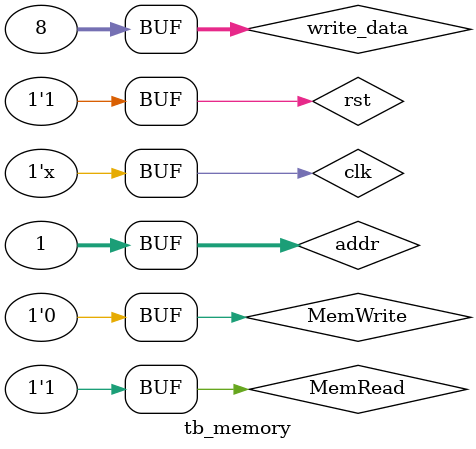
<source format=v>
`timescale 1ns/1ns
module tb_memory();

reg rst, clk, MemWrite, MemRead;
reg [31:0] addr, write_data;
wire [31:0] read_data;

memory uut(rst, clk, addr, write_data, MemWrite, MemRead, read_data);

initial
begin
    rst = 1; clk = 1; MemRead = 1; MemWrite = 0; addr = 1;
    #50; addr = 2;
    #50; MemRead = 0; MemWrite = 1; addr = 1; write_data = 32'b1000;
    #50; MemRead = 1; MemWrite = 0; addr = 1;
    #50; rst = 0;
    #50; rst = 1;
    #50; MemRead = 1; MemWrite = 0; addr = 1;
end

always #50
begin
    clk = ~clk;
end

always #10
begin
    $display("Read Data: %b", read_data);
end

endmodule
</source>
